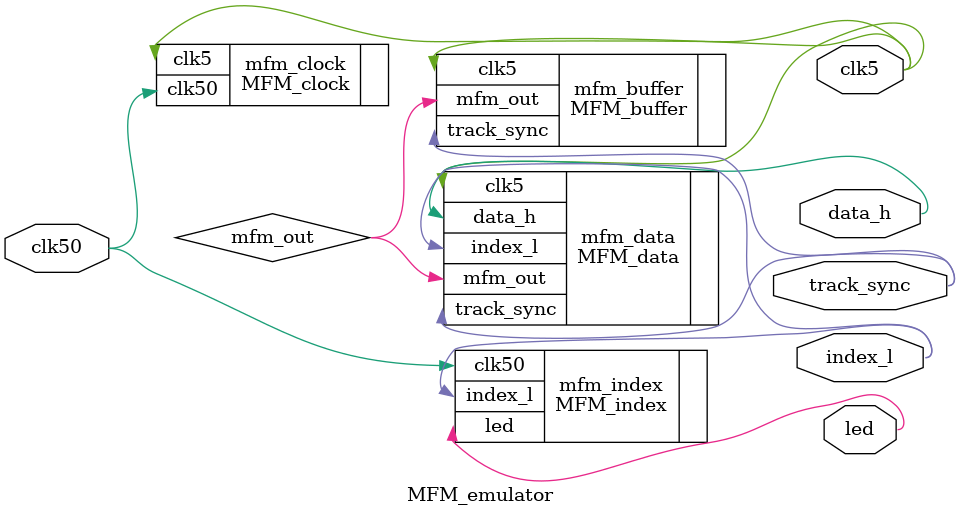
<source format=v>
module MFM_emulator(clk50, led, index_l, data_h, track_sync, clk5);

   input wire clk50;
   output led, index_l, data_h, track_sync, clk5;

   wire mfm_out;
   wire track_sync;
   wire clk5;

   MFM_clock mfm_clock(.clk50 (clk50),
                       .clk5 (clk5));

   MFM_buffer mfm_buffer(.clk5 (clk5),
                         .track_sync (track_sync),
                         .mfm_out (mfm_out));
                         
   MFM_index mfm_index(.clk50 (clk50),
                       .index_l (index_l),
                       .led (led));

   MFM_data mfm_data(.clk5 (clk5),
                     .mfm_out (mfm_out),
                     .index_l (index_l),
                     .data_h (data_h),
                     .track_sync (track_sync));
endmodule

</source>
